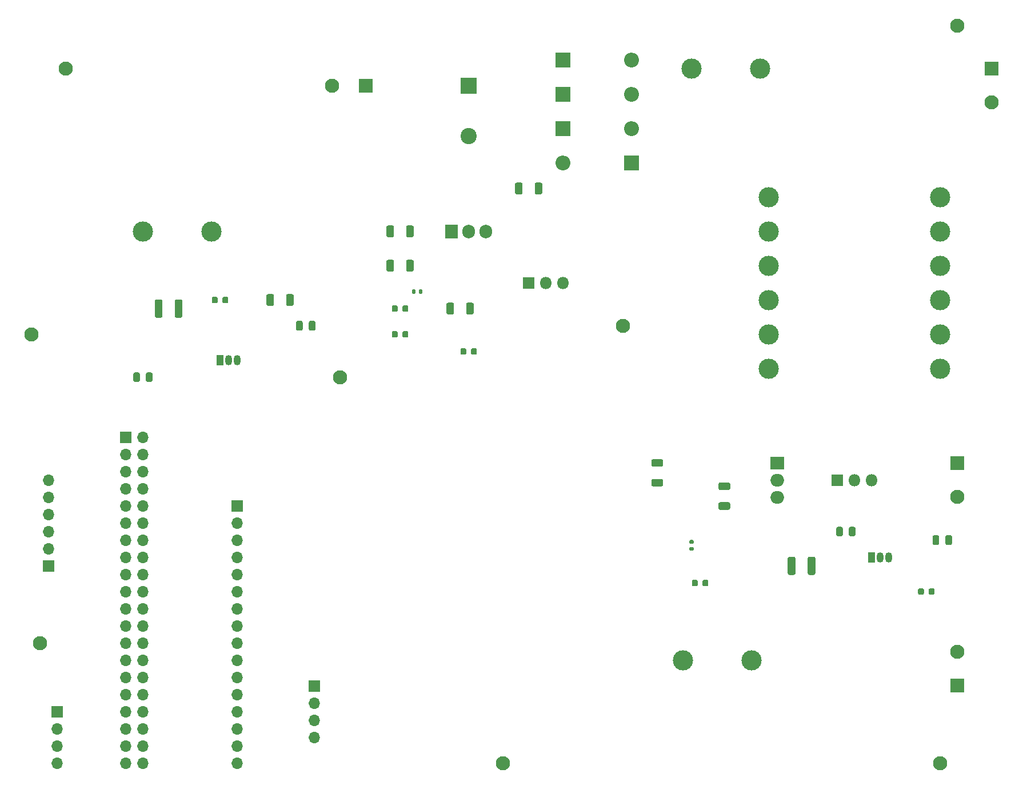
<source format=gbr>
%TF.GenerationSoftware,KiCad,Pcbnew,5.1.9*%
%TF.CreationDate,2021-04-08T17:50:56+05:30*%
%TF.ProjectId,protection,70726f74-6563-4746-996f-6e2e6b696361,rev?*%
%TF.SameCoordinates,Original*%
%TF.FileFunction,Soldermask,Top*%
%TF.FilePolarity,Negative*%
%FSLAX46Y46*%
G04 Gerber Fmt 4.6, Leading zero omitted, Abs format (unit mm)*
G04 Created by KiCad (PCBNEW 5.1.9) date 2021-04-08 17:50:56*
%MOMM*%
%LPD*%
G01*
G04 APERTURE LIST*
%ADD10C,2.100000*%
%ADD11R,2.100000X2.100000*%
%ADD12O,1.700000X1.700000*%
%ADD13R,1.700000X1.700000*%
%ADD14O,1.905000X2.000000*%
%ADD15R,1.905000X2.000000*%
%ADD16O,2.000000X1.905000*%
%ADD17R,2.000000X1.905000*%
%ADD18C,3.000000*%
%ADD19R,1.050000X1.500000*%
%ADD20O,1.050000X1.500000*%
%ADD21R,1.800000X1.800000*%
%ADD22O,1.800000X1.800000*%
%ADD23O,2.200000X2.200000*%
%ADD24R,2.200000X2.200000*%
%ADD25R,2.400000X2.400000*%
%ADD26C,2.400000*%
G04 APERTURE END LIST*
D10*
%TO.C,P1*%
X256540000Y-53300000D03*
D11*
X256540000Y-48300000D03*
%TD*%
D10*
%TO.C,J8*%
X251460000Y-134660000D03*
D11*
X251460000Y-139660000D03*
%TD*%
D10*
%TO.C,J2*%
X158790000Y-50800000D03*
D11*
X163790000Y-50800000D03*
%TD*%
D10*
%TO.C,H8*%
X251460000Y-41910000D03*
%TD*%
%TO.C,H7*%
X201930000Y-86360000D03*
%TD*%
%TO.C,H6*%
X248920000Y-151130000D03*
%TD*%
%TO.C,H5*%
X160020000Y-93980000D03*
%TD*%
%TO.C,H4*%
X115570000Y-133350000D03*
%TD*%
%TO.C,H3*%
X184150000Y-151130000D03*
%TD*%
%TO.C,H2*%
X114300000Y-87630000D03*
%TD*%
%TO.C,H1*%
X119380000Y-48260000D03*
%TD*%
D12*
%TO.C,J1*%
X130810000Y-151130000D03*
X128270000Y-151130000D03*
X130810000Y-148590000D03*
X128270000Y-148590000D03*
X130810000Y-146050000D03*
X128270000Y-146050000D03*
X130810000Y-143510000D03*
X128270000Y-143510000D03*
X130810000Y-140970000D03*
X128270000Y-140970000D03*
X130810000Y-138430000D03*
X128270000Y-138430000D03*
X130810000Y-135890000D03*
X128270000Y-135890000D03*
X130810000Y-133350000D03*
X128270000Y-133350000D03*
X130810000Y-130810000D03*
X128270000Y-130810000D03*
X130810000Y-128270000D03*
X128270000Y-128270000D03*
X130810000Y-125730000D03*
X128270000Y-125730000D03*
X130810000Y-123190000D03*
X128270000Y-123190000D03*
X130810000Y-120650000D03*
X128270000Y-120650000D03*
X130810000Y-118110000D03*
X128270000Y-118110000D03*
X130810000Y-115570000D03*
X128270000Y-115570000D03*
X130810000Y-113030000D03*
X128270000Y-113030000D03*
X130810000Y-110490000D03*
X128270000Y-110490000D03*
X130810000Y-107950000D03*
X128270000Y-107950000D03*
X130810000Y-105410000D03*
X128270000Y-105410000D03*
X130810000Y-102870000D03*
D13*
X128270000Y-102870000D03*
%TD*%
%TO.C,R1*%
G36*
G01*
X206384998Y-109042500D02*
X207635002Y-109042500D01*
G75*
G02*
X207885000Y-109292498I0J-249998D01*
G01*
X207885000Y-109917502D01*
G75*
G02*
X207635002Y-110167500I-249998J0D01*
G01*
X206384998Y-110167500D01*
G75*
G02*
X206135000Y-109917502I0J249998D01*
G01*
X206135000Y-109292498D01*
G75*
G02*
X206384998Y-109042500I249998J0D01*
G01*
G37*
G36*
G01*
X206384998Y-106117500D02*
X207635002Y-106117500D01*
G75*
G02*
X207885000Y-106367498I0J-249998D01*
G01*
X207885000Y-106992502D01*
G75*
G02*
X207635002Y-107242500I-249998J0D01*
G01*
X206384998Y-107242500D01*
G75*
G02*
X206135000Y-106992502I0J249998D01*
G01*
X206135000Y-106367498D01*
G75*
G02*
X206384998Y-106117500I249998J0D01*
G01*
G37*
%TD*%
D14*
%TO.C,U2*%
X181610000Y-72390000D03*
X179070000Y-72390000D03*
D15*
X176530000Y-72390000D03*
%TD*%
D16*
%TO.C,U1*%
X224790000Y-111760000D03*
X224790000Y-109220000D03*
D17*
X224790000Y-106680000D03*
%TD*%
D18*
%TO.C,T1*%
X223520000Y-92710000D03*
X223520000Y-87630000D03*
X223520000Y-82550000D03*
X223520000Y-72390000D03*
X248920000Y-87630000D03*
X248920000Y-82550000D03*
X248920000Y-77470000D03*
X248920000Y-67310000D03*
X248920000Y-72390000D03*
X223520000Y-77470000D03*
X223520000Y-67310000D03*
X248920000Y-92710000D03*
%TD*%
%TO.C,R11*%
G36*
G01*
X152030000Y-83175002D02*
X152030000Y-81924998D01*
G75*
G02*
X152279998Y-81675000I249998J0D01*
G01*
X152905002Y-81675000D01*
G75*
G02*
X153155000Y-81924998I0J-249998D01*
G01*
X153155000Y-83175002D01*
G75*
G02*
X152905002Y-83425000I-249998J0D01*
G01*
X152279998Y-83425000D01*
G75*
G02*
X152030000Y-83175002I0J249998D01*
G01*
G37*
G36*
G01*
X149105000Y-83175002D02*
X149105000Y-81924998D01*
G75*
G02*
X149354998Y-81675000I249998J0D01*
G01*
X149980002Y-81675000D01*
G75*
G02*
X150230000Y-81924998I0J-249998D01*
G01*
X150230000Y-83175002D01*
G75*
G02*
X149980002Y-83425000I-249998J0D01*
G01*
X149354998Y-83425000D01*
G75*
G02*
X149105000Y-83175002I0J249998D01*
G01*
G37*
%TD*%
%TO.C,R9*%
G36*
G01*
X187060000Y-65414998D02*
X187060000Y-66665002D01*
G75*
G02*
X186810002Y-66915000I-249998J0D01*
G01*
X186184998Y-66915000D01*
G75*
G02*
X185935000Y-66665002I0J249998D01*
G01*
X185935000Y-65414998D01*
G75*
G02*
X186184998Y-65165000I249998J0D01*
G01*
X186810002Y-65165000D01*
G75*
G02*
X187060000Y-65414998I0J-249998D01*
G01*
G37*
G36*
G01*
X189985000Y-65414998D02*
X189985000Y-66665002D01*
G75*
G02*
X189735002Y-66915000I-249998J0D01*
G01*
X189109998Y-66915000D01*
G75*
G02*
X188860000Y-66665002I0J249998D01*
G01*
X188860000Y-65414998D01*
G75*
G02*
X189109998Y-65165000I249998J0D01*
G01*
X189735002Y-65165000D01*
G75*
G02*
X189985000Y-65414998I0J-249998D01*
G01*
G37*
%TD*%
%TO.C,R8*%
G36*
G01*
X175775000Y-84445002D02*
X175775000Y-83194998D01*
G75*
G02*
X176024998Y-82945000I249998J0D01*
G01*
X176650002Y-82945000D01*
G75*
G02*
X176900000Y-83194998I0J-249998D01*
G01*
X176900000Y-84445002D01*
G75*
G02*
X176650002Y-84695000I-249998J0D01*
G01*
X176024998Y-84695000D01*
G75*
G02*
X175775000Y-84445002I0J249998D01*
G01*
G37*
G36*
G01*
X178700000Y-84445002D02*
X178700000Y-83194998D01*
G75*
G02*
X178949998Y-82945000I249998J0D01*
G01*
X179575002Y-82945000D01*
G75*
G02*
X179825000Y-83194998I0J-249998D01*
G01*
X179825000Y-84445002D01*
G75*
G02*
X179575002Y-84695000I-249998J0D01*
G01*
X178949998Y-84695000D01*
G75*
G02*
X178700000Y-84445002I0J249998D01*
G01*
G37*
%TD*%
%TO.C,R6*%
G36*
G01*
X172230000Y-81095000D02*
X172230000Y-81465000D01*
G75*
G02*
X172095000Y-81600000I-135000J0D01*
G01*
X171825000Y-81600000D01*
G75*
G02*
X171690000Y-81465000I0J135000D01*
G01*
X171690000Y-81095000D01*
G75*
G02*
X171825000Y-80960000I135000J0D01*
G01*
X172095000Y-80960000D01*
G75*
G02*
X172230000Y-81095000I0J-135000D01*
G01*
G37*
G36*
G01*
X171210000Y-81095000D02*
X171210000Y-81465000D01*
G75*
G02*
X171075000Y-81600000I-135000J0D01*
G01*
X170805000Y-81600000D01*
G75*
G02*
X170670000Y-81465000I0J135000D01*
G01*
X170670000Y-81095000D01*
G75*
G02*
X170805000Y-80960000I135000J0D01*
G01*
X171075000Y-80960000D01*
G75*
G02*
X171210000Y-81095000I0J-135000D01*
G01*
G37*
%TD*%
%TO.C,R5*%
G36*
G01*
X211905000Y-119110000D02*
X212275000Y-119110000D01*
G75*
G02*
X212410000Y-119245000I0J-135000D01*
G01*
X212410000Y-119515000D01*
G75*
G02*
X212275000Y-119650000I-135000J0D01*
G01*
X211905000Y-119650000D01*
G75*
G02*
X211770000Y-119515000I0J135000D01*
G01*
X211770000Y-119245000D01*
G75*
G02*
X211905000Y-119110000I135000J0D01*
G01*
G37*
G36*
G01*
X211905000Y-118090000D02*
X212275000Y-118090000D01*
G75*
G02*
X212410000Y-118225000I0J-135000D01*
G01*
X212410000Y-118495000D01*
G75*
G02*
X212275000Y-118630000I-135000J0D01*
G01*
X211905000Y-118630000D01*
G75*
G02*
X211770000Y-118495000I0J135000D01*
G01*
X211770000Y-118225000D01*
G75*
G02*
X211905000Y-118090000I135000J0D01*
G01*
G37*
%TD*%
%TO.C,R4*%
G36*
G01*
X170935000Y-76844998D02*
X170935000Y-78095002D01*
G75*
G02*
X170685002Y-78345000I-249998J0D01*
G01*
X170059998Y-78345000D01*
G75*
G02*
X169810000Y-78095002I0J249998D01*
G01*
X169810000Y-76844998D01*
G75*
G02*
X170059998Y-76595000I249998J0D01*
G01*
X170685002Y-76595000D01*
G75*
G02*
X170935000Y-76844998I0J-249998D01*
G01*
G37*
G36*
G01*
X168010000Y-76844998D02*
X168010000Y-78095002D01*
G75*
G02*
X167760002Y-78345000I-249998J0D01*
G01*
X167134998Y-78345000D01*
G75*
G02*
X166885000Y-78095002I0J249998D01*
G01*
X166885000Y-76844998D01*
G75*
G02*
X167134998Y-76595000I249998J0D01*
G01*
X167760002Y-76595000D01*
G75*
G02*
X168010000Y-76844998I0J-249998D01*
G01*
G37*
%TD*%
%TO.C,R3*%
G36*
G01*
X217565002Y-110694440D02*
X216314998Y-110694440D01*
G75*
G02*
X216065000Y-110444442I0J249998D01*
G01*
X216065000Y-109819438D01*
G75*
G02*
X216314998Y-109569440I249998J0D01*
G01*
X217565002Y-109569440D01*
G75*
G02*
X217815000Y-109819438I0J-249998D01*
G01*
X217815000Y-110444442D01*
G75*
G02*
X217565002Y-110694440I-249998J0D01*
G01*
G37*
G36*
G01*
X217565002Y-113619440D02*
X216314998Y-113619440D01*
G75*
G02*
X216065000Y-113369442I0J249998D01*
G01*
X216065000Y-112744438D01*
G75*
G02*
X216314998Y-112494440I249998J0D01*
G01*
X217565002Y-112494440D01*
G75*
G02*
X217815000Y-112744438I0J-249998D01*
G01*
X217815000Y-113369442D01*
G75*
G02*
X217565002Y-113619440I-249998J0D01*
G01*
G37*
%TD*%
%TO.C,R2*%
G36*
G01*
X166885000Y-73015002D02*
X166885000Y-71764998D01*
G75*
G02*
X167134998Y-71515000I249998J0D01*
G01*
X167760002Y-71515000D01*
G75*
G02*
X168010000Y-71764998I0J-249998D01*
G01*
X168010000Y-73015002D01*
G75*
G02*
X167760002Y-73265000I-249998J0D01*
G01*
X167134998Y-73265000D01*
G75*
G02*
X166885000Y-73015002I0J249998D01*
G01*
G37*
G36*
G01*
X169810000Y-73015002D02*
X169810000Y-71764998D01*
G75*
G02*
X170059998Y-71515000I249998J0D01*
G01*
X170685002Y-71515000D01*
G75*
G02*
X170935000Y-71764998I0J-249998D01*
G01*
X170935000Y-73015002D01*
G75*
G02*
X170685002Y-73265000I-249998J0D01*
G01*
X170059998Y-73265000D01*
G75*
G02*
X169810000Y-73015002I0J249998D01*
G01*
G37*
%TD*%
D19*
%TO.C,Q4*%
X142240000Y-91440000D03*
D20*
X144780000Y-91440000D03*
X143510000Y-91440000D03*
%TD*%
D19*
%TO.C,Q3*%
X238760000Y-120650000D03*
D20*
X241300000Y-120650000D03*
X240030000Y-120650000D03*
%TD*%
D21*
%TO.C,Q2*%
X187960000Y-80010000D03*
D22*
X190500000Y-80010000D03*
X193040000Y-80010000D03*
%TD*%
%TO.C,Q1*%
X238760000Y-109220000D03*
X236220000Y-109220000D03*
D21*
X233680000Y-109220000D03*
%TD*%
D12*
%TO.C,J7*%
X118110000Y-151130000D03*
X118110000Y-148590000D03*
X118110000Y-146050000D03*
D13*
X118110000Y-143510000D03*
%TD*%
D10*
%TO.C,J4*%
X251460000Y-111720000D03*
D11*
X251460000Y-106720000D03*
%TD*%
D18*
%TO.C,F3*%
X130810000Y-72390000D03*
X140970000Y-72390000D03*
%TD*%
%TO.C,F2*%
X220980000Y-135890000D03*
X210820000Y-135890000D03*
%TD*%
%TO.C,F1*%
X212090000Y-48260000D03*
X222250000Y-48260000D03*
%TD*%
%TO.C,D14*%
G36*
G01*
X131260000Y-94436250D02*
X131260000Y-93523750D01*
G75*
G02*
X131503750Y-93280000I243750J0D01*
G01*
X131991250Y-93280000D01*
G75*
G02*
X132235000Y-93523750I0J-243750D01*
G01*
X132235000Y-94436250D01*
G75*
G02*
X131991250Y-94680000I-243750J0D01*
G01*
X131503750Y-94680000D01*
G75*
G02*
X131260000Y-94436250I0J243750D01*
G01*
G37*
G36*
G01*
X129385000Y-94436250D02*
X129385000Y-93523750D01*
G75*
G02*
X129628750Y-93280000I243750J0D01*
G01*
X130116250Y-93280000D01*
G75*
G02*
X130360000Y-93523750I0J-243750D01*
G01*
X130360000Y-94436250D01*
G75*
G02*
X130116250Y-94680000I-243750J0D01*
G01*
X129628750Y-94680000D01*
G75*
G02*
X129385000Y-94436250I0J243750D01*
G01*
G37*
%TD*%
%TO.C,D13*%
G36*
G01*
X142590000Y-82806250D02*
X142590000Y-82293750D01*
G75*
G02*
X142808750Y-82075000I218750J0D01*
G01*
X143246250Y-82075000D01*
G75*
G02*
X143465000Y-82293750I0J-218750D01*
G01*
X143465000Y-82806250D01*
G75*
G02*
X143246250Y-83025000I-218750J0D01*
G01*
X142808750Y-83025000D01*
G75*
G02*
X142590000Y-82806250I0J218750D01*
G01*
G37*
G36*
G01*
X141015000Y-82806250D02*
X141015000Y-82293750D01*
G75*
G02*
X141233750Y-82075000I218750J0D01*
G01*
X141671250Y-82075000D01*
G75*
G02*
X141890000Y-82293750I0J-218750D01*
G01*
X141890000Y-82806250D01*
G75*
G02*
X141671250Y-83025000I-218750J0D01*
G01*
X141233750Y-83025000D01*
G75*
G02*
X141015000Y-82806250I0J218750D01*
G01*
G37*
%TD*%
%TO.C,D12*%
G36*
G01*
X235400000Y-117296250D02*
X235400000Y-116383750D01*
G75*
G02*
X235643750Y-116140000I243750J0D01*
G01*
X236131250Y-116140000D01*
G75*
G02*
X236375000Y-116383750I0J-243750D01*
G01*
X236375000Y-117296250D01*
G75*
G02*
X236131250Y-117540000I-243750J0D01*
G01*
X235643750Y-117540000D01*
G75*
G02*
X235400000Y-117296250I0J243750D01*
G01*
G37*
G36*
G01*
X233525000Y-117296250D02*
X233525000Y-116383750D01*
G75*
G02*
X233768750Y-116140000I243750J0D01*
G01*
X234256250Y-116140000D01*
G75*
G02*
X234500000Y-116383750I0J-243750D01*
G01*
X234500000Y-117296250D01*
G75*
G02*
X234256250Y-117540000I-243750J0D01*
G01*
X233768750Y-117540000D01*
G75*
G02*
X233525000Y-117296250I0J243750D01*
G01*
G37*
%TD*%
%TO.C,D10*%
G36*
G01*
X167685000Y-84076250D02*
X167685000Y-83563750D01*
G75*
G02*
X167903750Y-83345000I218750J0D01*
G01*
X168341250Y-83345000D01*
G75*
G02*
X168560000Y-83563750I0J-218750D01*
G01*
X168560000Y-84076250D01*
G75*
G02*
X168341250Y-84295000I-218750J0D01*
G01*
X167903750Y-84295000D01*
G75*
G02*
X167685000Y-84076250I0J218750D01*
G01*
G37*
G36*
G01*
X169260000Y-84076250D02*
X169260000Y-83563750D01*
G75*
G02*
X169478750Y-83345000I218750J0D01*
G01*
X169916250Y-83345000D01*
G75*
G02*
X170135000Y-83563750I0J-218750D01*
G01*
X170135000Y-84076250D01*
G75*
G02*
X169916250Y-84295000I-218750J0D01*
G01*
X169478750Y-84295000D01*
G75*
G02*
X169260000Y-84076250I0J218750D01*
G01*
G37*
%TD*%
%TO.C,D8*%
G36*
G01*
X167685000Y-87886250D02*
X167685000Y-87373750D01*
G75*
G02*
X167903750Y-87155000I218750J0D01*
G01*
X168341250Y-87155000D01*
G75*
G02*
X168560000Y-87373750I0J-218750D01*
G01*
X168560000Y-87886250D01*
G75*
G02*
X168341250Y-88105000I-218750J0D01*
G01*
X167903750Y-88105000D01*
G75*
G02*
X167685000Y-87886250I0J218750D01*
G01*
G37*
G36*
G01*
X169260000Y-87886250D02*
X169260000Y-87373750D01*
G75*
G02*
X169478750Y-87155000I218750J0D01*
G01*
X169916250Y-87155000D01*
G75*
G02*
X170135000Y-87373750I0J-218750D01*
G01*
X170135000Y-87886250D01*
G75*
G02*
X169916250Y-88105000I-218750J0D01*
G01*
X169478750Y-88105000D01*
G75*
G02*
X169260000Y-87886250I0J218750D01*
G01*
G37*
%TD*%
%TO.C,D7*%
G36*
G01*
X213710000Y-124716250D02*
X213710000Y-124203750D01*
G75*
G02*
X213928750Y-123985000I218750J0D01*
G01*
X214366250Y-123985000D01*
G75*
G02*
X214585000Y-124203750I0J-218750D01*
G01*
X214585000Y-124716250D01*
G75*
G02*
X214366250Y-124935000I-218750J0D01*
G01*
X213928750Y-124935000D01*
G75*
G02*
X213710000Y-124716250I0J218750D01*
G01*
G37*
G36*
G01*
X212135000Y-124716250D02*
X212135000Y-124203750D01*
G75*
G02*
X212353750Y-123985000I218750J0D01*
G01*
X212791250Y-123985000D01*
G75*
G02*
X213010000Y-124203750I0J-218750D01*
G01*
X213010000Y-124716250D01*
G75*
G02*
X212791250Y-124935000I-218750J0D01*
G01*
X212353750Y-124935000D01*
G75*
G02*
X212135000Y-124716250I0J218750D01*
G01*
G37*
%TD*%
D23*
%TO.C,D6*%
X193040000Y-62230000D03*
D24*
X203200000Y-62230000D03*
%TD*%
D23*
%TO.C,D5*%
X203200000Y-57150000D03*
D24*
X193040000Y-57150000D03*
%TD*%
%TO.C,D4*%
G36*
G01*
X177845000Y-90426250D02*
X177845000Y-89913750D01*
G75*
G02*
X178063750Y-89695000I218750J0D01*
G01*
X178501250Y-89695000D01*
G75*
G02*
X178720000Y-89913750I0J-218750D01*
G01*
X178720000Y-90426250D01*
G75*
G02*
X178501250Y-90645000I-218750J0D01*
G01*
X178063750Y-90645000D01*
G75*
G02*
X177845000Y-90426250I0J218750D01*
G01*
G37*
G36*
G01*
X179420000Y-90426250D02*
X179420000Y-89913750D01*
G75*
G02*
X179638750Y-89695000I218750J0D01*
G01*
X180076250Y-89695000D01*
G75*
G02*
X180295000Y-89913750I0J-218750D01*
G01*
X180295000Y-90426250D01*
G75*
G02*
X180076250Y-90645000I-218750J0D01*
G01*
X179638750Y-90645000D01*
G75*
G02*
X179420000Y-90426250I0J218750D01*
G01*
G37*
%TD*%
%TO.C,D3*%
G36*
G01*
X247212500Y-125986250D02*
X247212500Y-125473750D01*
G75*
G02*
X247431250Y-125255000I218750J0D01*
G01*
X247868750Y-125255000D01*
G75*
G02*
X248087500Y-125473750I0J-218750D01*
G01*
X248087500Y-125986250D01*
G75*
G02*
X247868750Y-126205000I-218750J0D01*
G01*
X247431250Y-126205000D01*
G75*
G02*
X247212500Y-125986250I0J218750D01*
G01*
G37*
G36*
G01*
X245637500Y-125986250D02*
X245637500Y-125473750D01*
G75*
G02*
X245856250Y-125255000I218750J0D01*
G01*
X246293750Y-125255000D01*
G75*
G02*
X246512500Y-125473750I0J-218750D01*
G01*
X246512500Y-125986250D01*
G75*
G02*
X246293750Y-126205000I-218750J0D01*
G01*
X245856250Y-126205000D01*
G75*
G02*
X245637500Y-125986250I0J218750D01*
G01*
G37*
%TD*%
D23*
%TO.C,D2*%
X203200000Y-52070000D03*
D24*
X193040000Y-52070000D03*
%TD*%
D23*
%TO.C,D1*%
X203200000Y-46990000D03*
D24*
X193040000Y-46990000D03*
%TD*%
%TO.C,C5*%
G36*
G01*
X155390000Y-86835000D02*
X155390000Y-85885000D01*
G75*
G02*
X155640000Y-85635000I250000J0D01*
G01*
X156140000Y-85635000D01*
G75*
G02*
X156390000Y-85885000I0J-250000D01*
G01*
X156390000Y-86835000D01*
G75*
G02*
X156140000Y-87085000I-250000J0D01*
G01*
X155640000Y-87085000D01*
G75*
G02*
X155390000Y-86835000I0J250000D01*
G01*
G37*
G36*
G01*
X153490000Y-86835000D02*
X153490000Y-85885000D01*
G75*
G02*
X153740000Y-85635000I250000J0D01*
G01*
X154240000Y-85635000D01*
G75*
G02*
X154490000Y-85885000I0J-250000D01*
G01*
X154490000Y-86835000D01*
G75*
G02*
X154240000Y-87085000I-250000J0D01*
G01*
X153740000Y-87085000D01*
G75*
G02*
X153490000Y-86835000I0J250000D01*
G01*
G37*
%TD*%
%TO.C,C4*%
G36*
G01*
X133720000Y-82719999D02*
X133720000Y-84920001D01*
G75*
G02*
X133470001Y-85170000I-249999J0D01*
G01*
X132819999Y-85170000D01*
G75*
G02*
X132570000Y-84920001I0J249999D01*
G01*
X132570000Y-82719999D01*
G75*
G02*
X132819999Y-82470000I249999J0D01*
G01*
X133470001Y-82470000D01*
G75*
G02*
X133720000Y-82719999I0J-249999D01*
G01*
G37*
G36*
G01*
X136670000Y-82719999D02*
X136670000Y-84920001D01*
G75*
G02*
X136420001Y-85170000I-249999J0D01*
G01*
X135769999Y-85170000D01*
G75*
G02*
X135520000Y-84920001I0J249999D01*
G01*
X135520000Y-82719999D01*
G75*
G02*
X135769999Y-82470000I249999J0D01*
G01*
X136420001Y-82470000D01*
G75*
G02*
X136670000Y-82719999I0J-249999D01*
G01*
G37*
%TD*%
%TO.C,C3*%
G36*
G01*
X249690000Y-118585000D02*
X249690000Y-117635000D01*
G75*
G02*
X249940000Y-117385000I250000J0D01*
G01*
X250440000Y-117385000D01*
G75*
G02*
X250690000Y-117635000I0J-250000D01*
G01*
X250690000Y-118585000D01*
G75*
G02*
X250440000Y-118835000I-250000J0D01*
G01*
X249940000Y-118835000D01*
G75*
G02*
X249690000Y-118585000I0J250000D01*
G01*
G37*
G36*
G01*
X247790000Y-118585000D02*
X247790000Y-117635000D01*
G75*
G02*
X248040000Y-117385000I250000J0D01*
G01*
X248540000Y-117385000D01*
G75*
G02*
X248790000Y-117635000I0J-250000D01*
G01*
X248790000Y-118585000D01*
G75*
G02*
X248540000Y-118835000I-250000J0D01*
G01*
X248040000Y-118835000D01*
G75*
G02*
X247790000Y-118585000I0J250000D01*
G01*
G37*
%TD*%
%TO.C,C2*%
G36*
G01*
X229295000Y-123020001D02*
X229295000Y-120819999D01*
G75*
G02*
X229544999Y-120570000I249999J0D01*
G01*
X230195001Y-120570000D01*
G75*
G02*
X230445000Y-120819999I0J-249999D01*
G01*
X230445000Y-123020001D01*
G75*
G02*
X230195001Y-123270000I-249999J0D01*
G01*
X229544999Y-123270000D01*
G75*
G02*
X229295000Y-123020001I0J249999D01*
G01*
G37*
G36*
G01*
X226345000Y-123020001D02*
X226345000Y-120819999D01*
G75*
G02*
X226594999Y-120570000I249999J0D01*
G01*
X227245001Y-120570000D01*
G75*
G02*
X227495000Y-120819999I0J-249999D01*
G01*
X227495000Y-123020001D01*
G75*
G02*
X227245001Y-123270000I-249999J0D01*
G01*
X226594999Y-123270000D01*
G75*
G02*
X226345000Y-123020001I0J249999D01*
G01*
G37*
%TD*%
D25*
%TO.C,C1*%
X179070000Y-50800000D03*
D26*
X179070000Y-58300000D03*
%TD*%
D12*
%TO.C,J6*%
X156210000Y-147320000D03*
X156210000Y-144780000D03*
X156210000Y-142240000D03*
D13*
X156210000Y-139700000D03*
%TD*%
D12*
%TO.C,J5*%
X144780000Y-151130000D03*
X144780000Y-148590000D03*
X144780000Y-146050000D03*
X144780000Y-143510000D03*
X144780000Y-140970000D03*
X144780000Y-138430000D03*
X144780000Y-135890000D03*
X144780000Y-133350000D03*
X144780000Y-130810000D03*
X144780000Y-128270000D03*
X144780000Y-125730000D03*
X144780000Y-123190000D03*
X144780000Y-120650000D03*
X144780000Y-118110000D03*
X144780000Y-115570000D03*
D13*
X144780000Y-113030000D03*
%TD*%
D12*
%TO.C,J3*%
X116840000Y-109220000D03*
X116840000Y-111760000D03*
X116840000Y-114300000D03*
X116840000Y-116840000D03*
X116840000Y-119380000D03*
D13*
X116840000Y-121920000D03*
%TD*%
M02*

</source>
